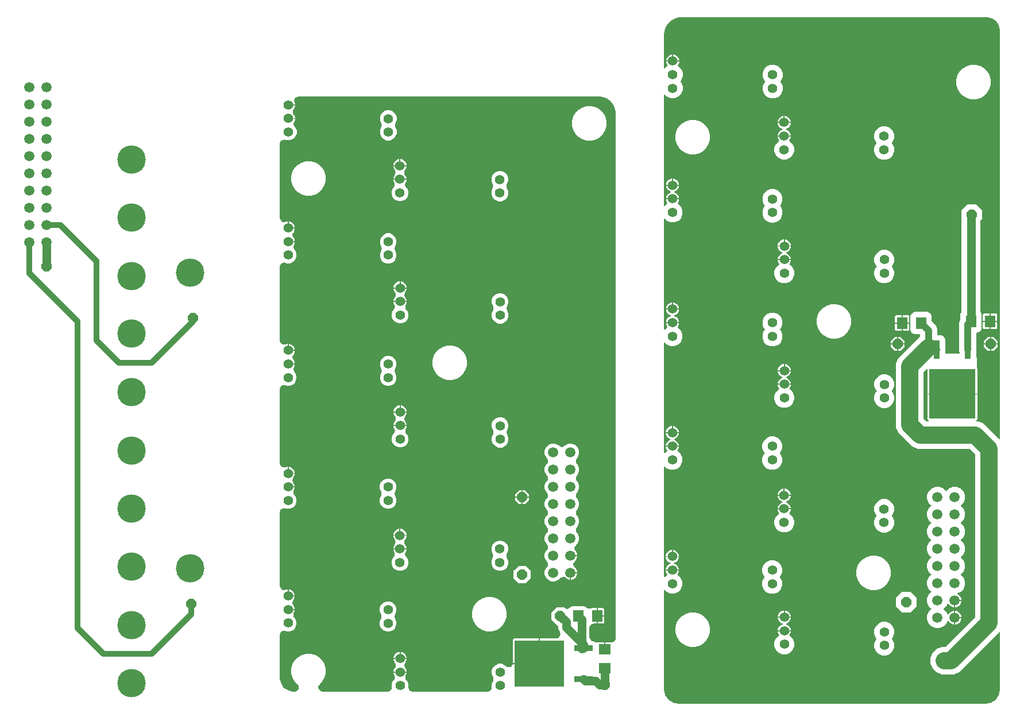
<source format=gbr>
G04 EAGLE Gerber RS-274X export*
G75*
%MOMM*%
%FSLAX34Y34*%
%LPD*%
%INBottom Copper*%
%IPPOS*%
%AMOC8*
5,1,8,0,0,1.08239X$1,22.5*%
G01*
G04 Define Apertures*
%ADD10C,1.508000*%
%ADD11P,1.64956X8X22.5*%
%ADD12C,1.422400*%
%ADD13R,2.794000X0.939800*%
%ADD14R,7.239000X6.832600*%
%ADD15R,1.600000X1.800000*%
%ADD16R,1.800000X1.600000*%
%ADD17R,0.939800X2.794000*%
%ADD18R,6.832600X7.239000*%
%ADD19C,4.191000*%
%ADD20C,0.812800*%
%ADD21C,1.270000*%
%ADD22C,1.016000*%
%ADD23C,2.540000*%
G36*
X1438146Y25207D02*
X1437997Y25192D01*
X984928Y25192D01*
X984780Y25207D01*
X976826Y26789D01*
X976551Y26903D01*
X969809Y31408D01*
X969598Y31618D01*
X965093Y38361D01*
X964979Y38636D01*
X963397Y46589D01*
X963382Y46738D01*
X963382Y191998D01*
X963429Y192262D01*
X963589Y192520D01*
X963836Y192695D01*
X964132Y192760D01*
X964430Y192705D01*
X964683Y192537D01*
X967269Y189951D01*
X972684Y187709D01*
X978544Y187709D01*
X983959Y189951D01*
X988103Y194095D01*
X990346Y199510D01*
X990346Y205371D01*
X988103Y210786D01*
X983959Y214930D01*
X983453Y215139D01*
X983223Y215288D01*
X983048Y215535D01*
X982983Y215831D01*
X983038Y216129D01*
X983206Y216382D01*
X983797Y216973D01*
X985266Y220521D01*
X985266Y221679D01*
X965962Y221679D01*
X965962Y220521D01*
X967431Y216973D01*
X968022Y216382D01*
X968178Y216157D01*
X968245Y215862D01*
X968192Y215563D01*
X968027Y215309D01*
X967775Y215139D01*
X967269Y214930D01*
X964683Y212344D01*
X964464Y212191D01*
X964169Y212121D01*
X963870Y212172D01*
X963614Y212335D01*
X963443Y212586D01*
X963382Y212883D01*
X963382Y374751D01*
X963429Y375015D01*
X963589Y375273D01*
X963836Y375448D01*
X964132Y375513D01*
X964430Y375458D01*
X964683Y375290D01*
X967269Y372704D01*
X972684Y370462D01*
X978544Y370462D01*
X983959Y372704D01*
X988103Y376848D01*
X990346Y382263D01*
X990346Y388124D01*
X988103Y393539D01*
X983959Y397683D01*
X983453Y397892D01*
X983223Y398041D01*
X983048Y398288D01*
X982983Y398584D01*
X983038Y398882D01*
X983206Y399135D01*
X983797Y399726D01*
X985266Y403274D01*
X985266Y404432D01*
X965962Y404432D01*
X965962Y403274D01*
X967431Y399726D01*
X968022Y399135D01*
X968178Y398910D01*
X968245Y398615D01*
X968192Y398316D01*
X968027Y398062D01*
X967775Y397892D01*
X967269Y397683D01*
X964683Y395097D01*
X964464Y394944D01*
X964169Y394874D01*
X963870Y394925D01*
X963614Y395088D01*
X963443Y395339D01*
X963382Y395636D01*
X963382Y557314D01*
X963429Y557577D01*
X963589Y557835D01*
X963836Y558011D01*
X964132Y558076D01*
X964430Y558020D01*
X964683Y557853D01*
X967523Y555013D01*
X972938Y552770D01*
X978798Y552770D01*
X984213Y555013D01*
X988357Y559157D01*
X990600Y564572D01*
X990600Y570432D01*
X988357Y575847D01*
X984213Y579991D01*
X983707Y580201D01*
X983477Y580349D01*
X983302Y580597D01*
X983237Y580893D01*
X983292Y581191D01*
X983460Y581444D01*
X984051Y582035D01*
X985520Y585582D01*
X985520Y586740D01*
X966216Y586740D01*
X966216Y585582D01*
X967685Y582035D01*
X968276Y581444D01*
X968432Y581219D01*
X968499Y580923D01*
X968446Y580625D01*
X968281Y580370D01*
X968029Y580201D01*
X967523Y579991D01*
X964683Y577152D01*
X964464Y576999D01*
X964169Y576929D01*
X963870Y576980D01*
X963614Y577143D01*
X963443Y577393D01*
X963382Y577690D01*
X963382Y739813D01*
X963429Y740076D01*
X963589Y740334D01*
X963836Y740510D01*
X964132Y740575D01*
X964430Y740519D01*
X964683Y740352D01*
X967523Y737512D01*
X972938Y735269D01*
X978798Y735269D01*
X984213Y737512D01*
X988357Y741656D01*
X990600Y747071D01*
X990600Y752931D01*
X988357Y758346D01*
X984213Y762490D01*
X983707Y762700D01*
X983477Y762848D01*
X983302Y763096D01*
X983237Y763392D01*
X983292Y763690D01*
X983460Y763943D01*
X984051Y764534D01*
X985520Y768081D01*
X985520Y769239D01*
X966216Y769239D01*
X966216Y768081D01*
X967685Y764534D01*
X968276Y763943D01*
X968432Y763718D01*
X968499Y763422D01*
X968446Y763124D01*
X968281Y762869D01*
X968029Y762700D01*
X967523Y762490D01*
X964683Y759651D01*
X964464Y759498D01*
X964169Y759428D01*
X963870Y759479D01*
X963614Y759642D01*
X963443Y759892D01*
X963382Y760189D01*
X963382Y923328D01*
X963429Y923591D01*
X963589Y923849D01*
X963836Y924025D01*
X964132Y924090D01*
X964430Y924034D01*
X964683Y923867D01*
X967777Y920773D01*
X973192Y918530D01*
X979052Y918530D01*
X984467Y920773D01*
X988611Y924917D01*
X990854Y930332D01*
X990854Y936192D01*
X988611Y941607D01*
X987495Y942723D01*
X987337Y942954D01*
X987272Y943250D01*
X987328Y943548D01*
X987495Y943801D01*
X988611Y944917D01*
X990854Y950332D01*
X990854Y956192D01*
X988611Y961607D01*
X984467Y965751D01*
X983961Y965961D01*
X983731Y966109D01*
X983556Y966357D01*
X983491Y966653D01*
X983546Y966951D01*
X983714Y967204D01*
X984305Y967795D01*
X985774Y971342D01*
X985774Y972500D01*
X966470Y972500D01*
X966470Y971342D01*
X967939Y967795D01*
X968530Y967204D01*
X968686Y966979D01*
X968753Y966683D01*
X968700Y966385D01*
X968535Y966130D01*
X968283Y965961D01*
X967777Y965751D01*
X964683Y962658D01*
X964464Y962505D01*
X964169Y962435D01*
X963870Y962486D01*
X963614Y962649D01*
X963443Y962899D01*
X963382Y963196D01*
X963382Y1013182D01*
X963392Y1013302D01*
X964562Y1020692D01*
X964636Y1020919D01*
X968033Y1027586D01*
X968173Y1027778D01*
X973464Y1033069D01*
X973657Y1033209D01*
X980324Y1036606D01*
X980551Y1036680D01*
X987941Y1037851D01*
X988060Y1037860D01*
X1439560Y1037860D01*
X1439709Y1037845D01*
X1446698Y1036455D01*
X1446973Y1036341D01*
X1452899Y1032382D01*
X1453109Y1032171D01*
X1457069Y1026246D01*
X1457182Y1025971D01*
X1458573Y1018981D01*
X1458587Y1018832D01*
X1458587Y416029D01*
X1458541Y415766D01*
X1458381Y415508D01*
X1458134Y415332D01*
X1457838Y415267D01*
X1457540Y415323D01*
X1457287Y415490D01*
X1433910Y438866D01*
X1426442Y441960D01*
X1424022Y441960D01*
X1423758Y442007D01*
X1423500Y442166D01*
X1423325Y442414D01*
X1423260Y442710D01*
X1423315Y443008D01*
X1423483Y443261D01*
X1425067Y444845D01*
X1425067Y481330D01*
X1351661Y481330D01*
X1351661Y444845D01*
X1353245Y443261D01*
X1353398Y443041D01*
X1353468Y442746D01*
X1353417Y442447D01*
X1353254Y442192D01*
X1353004Y442020D01*
X1352706Y441960D01*
X1349852Y441960D01*
X1349567Y442016D01*
X1349314Y442183D01*
X1346423Y445074D01*
X1346260Y445315D01*
X1346200Y445612D01*
X1346200Y514508D01*
X1346256Y514794D01*
X1346423Y515046D01*
X1350360Y518983D01*
X1350580Y519136D01*
X1350875Y519206D01*
X1351174Y519155D01*
X1351429Y518992D01*
X1351601Y518742D01*
X1351661Y518445D01*
X1351661Y482854D01*
X1425067Y482854D01*
X1425067Y519339D01*
X1424568Y519838D01*
X1424405Y520080D01*
X1424345Y520377D01*
X1424345Y534016D01*
X1424308Y534778D01*
X1424199Y535515D01*
X1424019Y536236D01*
X1423770Y536937D01*
X1423655Y537180D01*
X1423583Y537504D01*
X1423583Y543645D01*
X1423641Y543937D01*
X1423964Y544717D01*
X1423964Y571898D01*
X1424015Y572173D01*
X1424179Y572428D01*
X1424429Y572600D01*
X1424726Y572660D01*
X1425536Y572660D01*
X1428336Y573820D01*
X1430480Y575964D01*
X1431640Y578764D01*
X1431640Y599796D01*
X1430480Y602596D01*
X1430213Y602863D01*
X1430050Y603105D01*
X1429990Y603402D01*
X1429990Y737562D01*
X1430046Y737848D01*
X1430213Y738101D01*
X1432560Y740447D01*
X1432560Y753073D01*
X1423633Y762000D01*
X1411007Y762000D01*
X1402080Y753073D01*
X1402080Y748463D01*
X1402050Y748312D01*
X1402050Y603402D01*
X1401994Y603116D01*
X1401827Y602863D01*
X1401560Y602596D01*
X1400400Y599796D01*
X1400400Y591634D01*
X1400342Y591343D01*
X1398564Y587050D01*
X1398564Y544717D01*
X1398887Y543937D01*
X1398945Y543645D01*
X1398945Y542417D01*
X1398894Y542142D01*
X1398730Y541887D01*
X1398480Y541715D01*
X1398183Y541655D01*
X1378545Y541655D01*
X1378270Y541706D01*
X1378015Y541870D01*
X1377843Y542120D01*
X1377783Y542417D01*
X1377783Y543645D01*
X1377841Y543937D01*
X1378164Y544717D01*
X1378164Y549769D01*
X1377841Y550549D01*
X1377783Y550841D01*
X1377783Y562729D01*
X1376623Y565529D01*
X1374479Y567673D01*
X1371679Y568833D01*
X1367282Y568833D01*
X1367007Y568884D01*
X1366752Y569048D01*
X1366580Y569298D01*
X1366520Y569595D01*
X1366520Y577866D01*
X1364587Y582534D01*
X1358263Y588857D01*
X1358100Y589099D01*
X1358040Y589396D01*
X1358040Y597256D01*
X1356880Y600056D01*
X1354736Y602200D01*
X1351936Y603360D01*
X1332904Y603360D01*
X1330104Y602200D01*
X1327960Y600056D01*
X1326800Y597256D01*
X1326800Y576224D01*
X1327960Y573424D01*
X1330104Y571280D01*
X1332904Y570120D01*
X1340358Y570120D01*
X1340633Y570069D01*
X1340888Y569905D01*
X1341060Y569655D01*
X1341120Y569358D01*
X1341120Y567532D01*
X1341064Y567247D01*
X1340897Y566994D01*
X1308654Y534750D01*
X1305560Y527282D01*
X1305560Y432838D01*
X1308654Y425370D01*
X1329610Y404414D01*
X1337078Y401320D01*
X1413668Y401320D01*
X1413954Y401264D01*
X1414206Y401097D01*
X1422177Y393126D01*
X1422340Y392885D01*
X1422400Y392588D01*
X1422400Y153512D01*
X1422344Y153227D01*
X1422177Y152974D01*
X1378646Y109443D01*
X1378405Y109280D01*
X1378108Y109220D01*
X1372638Y109220D01*
X1365170Y106126D01*
X1359454Y100410D01*
X1356360Y92942D01*
X1356360Y84858D01*
X1359454Y77390D01*
X1365170Y71674D01*
X1372638Y68580D01*
X1390882Y68580D01*
X1398350Y71674D01*
X1457287Y130610D01*
X1457506Y130763D01*
X1457801Y130833D01*
X1458100Y130782D01*
X1458356Y130618D01*
X1458527Y130368D01*
X1458587Y130071D01*
X1458587Y45782D01*
X1458573Y45633D01*
X1457064Y38046D01*
X1456950Y37771D01*
X1452652Y31338D01*
X1452441Y31128D01*
X1446009Y26830D01*
X1445734Y26716D01*
X1438146Y25207D01*
G37*
%LPC*%
G36*
X976884Y974024D02*
X985774Y974024D01*
X985774Y975182D01*
X984305Y978729D01*
X981589Y981445D01*
X978042Y982914D01*
X976884Y982914D01*
X976884Y974024D01*
G37*
G36*
X966470Y974024D02*
X975360Y974024D01*
X975360Y982914D01*
X974202Y982914D01*
X970655Y981445D01*
X967939Y978729D01*
X966470Y975182D01*
X966470Y974024D01*
G37*
G36*
X1120512Y918370D02*
X1126372Y918370D01*
X1131787Y920613D01*
X1135931Y924757D01*
X1138174Y930172D01*
X1138174Y936032D01*
X1135931Y941447D01*
X1134815Y942563D01*
X1134657Y942794D01*
X1134592Y943090D01*
X1134648Y943388D01*
X1134815Y943641D01*
X1135931Y944757D01*
X1138174Y950172D01*
X1138174Y956032D01*
X1135931Y961447D01*
X1131787Y965591D01*
X1126372Y967834D01*
X1120512Y967834D01*
X1115097Y965591D01*
X1110953Y961447D01*
X1108710Y956032D01*
X1108710Y950172D01*
X1110953Y944757D01*
X1112069Y943641D01*
X1112227Y943410D01*
X1112292Y943114D01*
X1112236Y942816D01*
X1112069Y942563D01*
X1110953Y941447D01*
X1108710Y936032D01*
X1108710Y930172D01*
X1110953Y924757D01*
X1115097Y920613D01*
X1120512Y918370D01*
G37*
G36*
X1416516Y916940D02*
X1423204Y916940D01*
X1429664Y918671D01*
X1435456Y922015D01*
X1440185Y926744D01*
X1443529Y932536D01*
X1445260Y938996D01*
X1445260Y945684D01*
X1443529Y952144D01*
X1440185Y957936D01*
X1435456Y962665D01*
X1429664Y966009D01*
X1423204Y967740D01*
X1416516Y967740D01*
X1410056Y966009D01*
X1404264Y962665D01*
X1399535Y957936D01*
X1396191Y952144D01*
X1394460Y945684D01*
X1394460Y938996D01*
X1396191Y932536D01*
X1399535Y926744D01*
X1404264Y922015D01*
X1410056Y918671D01*
X1416516Y916940D01*
G37*
G36*
X1141222Y883410D02*
X1150112Y883410D01*
X1150112Y884567D01*
X1148643Y888115D01*
X1145927Y890830D01*
X1142380Y892300D01*
X1141222Y892300D01*
X1141222Y883410D01*
G37*
G36*
X1130808Y883410D02*
X1139698Y883410D01*
X1139698Y892300D01*
X1138540Y892300D01*
X1134993Y890830D01*
X1132277Y888115D01*
X1130808Y884567D01*
X1130808Y883410D01*
G37*
G36*
X1002496Y835660D02*
X1009184Y835660D01*
X1015644Y837391D01*
X1021436Y840735D01*
X1026165Y845464D01*
X1029509Y851256D01*
X1031240Y857716D01*
X1031240Y864404D01*
X1029509Y870864D01*
X1026165Y876656D01*
X1021436Y881385D01*
X1015644Y884729D01*
X1009184Y886460D01*
X1002496Y886460D01*
X996036Y884729D01*
X990244Y881385D01*
X985515Y876656D01*
X982171Y870864D01*
X980440Y864404D01*
X980440Y857716D01*
X982171Y851256D01*
X985515Y845464D01*
X990244Y840735D01*
X996036Y837391D01*
X1002496Y835660D01*
G37*
G36*
X1130808Y863410D02*
X1150112Y863410D01*
X1150112Y864567D01*
X1148643Y868115D01*
X1145927Y870830D01*
X1143239Y871944D01*
X1143014Y872088D01*
X1142837Y872334D01*
X1142769Y872629D01*
X1142822Y872928D01*
X1142988Y873182D01*
X1143239Y873352D01*
X1145927Y874465D01*
X1148643Y877180D01*
X1150112Y880728D01*
X1150112Y881886D01*
X1130808Y881886D01*
X1130808Y880728D01*
X1132277Y877180D01*
X1134993Y874465D01*
X1137681Y873352D01*
X1137906Y873207D01*
X1138083Y872961D01*
X1138151Y872666D01*
X1138098Y872367D01*
X1137932Y872113D01*
X1137681Y871944D01*
X1134993Y870830D01*
X1132277Y868115D01*
X1130808Y864567D01*
X1130808Y863410D01*
G37*
G36*
X1284850Y827756D02*
X1290710Y827756D01*
X1296125Y829998D01*
X1300269Y834142D01*
X1302512Y839557D01*
X1302512Y845418D01*
X1300269Y850833D01*
X1299153Y851949D01*
X1298995Y852179D01*
X1298930Y852475D01*
X1298986Y852773D01*
X1299153Y853026D01*
X1300269Y854142D01*
X1302512Y859557D01*
X1302512Y865418D01*
X1300269Y870833D01*
X1296125Y874977D01*
X1290710Y877220D01*
X1284850Y877220D01*
X1279435Y874977D01*
X1275291Y870833D01*
X1273048Y865418D01*
X1273048Y859557D01*
X1275291Y854142D01*
X1276407Y853026D01*
X1276565Y852796D01*
X1276630Y852500D01*
X1276574Y852202D01*
X1276407Y851949D01*
X1275291Y850833D01*
X1273048Y845418D01*
X1273048Y839557D01*
X1275291Y834142D01*
X1279435Y829998D01*
X1284850Y827756D01*
G37*
G36*
X1137530Y827916D02*
X1143390Y827916D01*
X1148805Y830158D01*
X1152949Y834302D01*
X1155192Y839717D01*
X1155192Y845578D01*
X1152949Y850993D01*
X1148805Y855137D01*
X1148299Y855346D01*
X1148069Y855495D01*
X1147894Y855742D01*
X1147829Y856038D01*
X1147884Y856336D01*
X1148052Y856589D01*
X1148643Y857180D01*
X1150112Y860728D01*
X1150112Y861886D01*
X1130808Y861886D01*
X1130808Y860728D01*
X1132277Y857180D01*
X1132868Y856589D01*
X1133024Y856364D01*
X1133091Y856069D01*
X1133038Y855770D01*
X1132873Y855516D01*
X1132621Y855346D01*
X1132115Y855137D01*
X1127971Y850993D01*
X1125728Y845578D01*
X1125728Y839717D01*
X1127971Y834302D01*
X1132115Y830158D01*
X1137530Y827916D01*
G37*
G36*
X976630Y790763D02*
X985520Y790763D01*
X985520Y791921D01*
X984051Y795468D01*
X981335Y798184D01*
X977788Y799653D01*
X976630Y799653D01*
X976630Y790763D01*
G37*
G36*
X966216Y790763D02*
X975106Y790763D01*
X975106Y799653D01*
X973948Y799653D01*
X970401Y798184D01*
X967685Y795468D01*
X966216Y791921D01*
X966216Y790763D01*
G37*
G36*
X966216Y770763D02*
X985520Y770763D01*
X985520Y771921D01*
X984051Y775468D01*
X981335Y778184D01*
X978647Y779297D01*
X978422Y779441D01*
X978245Y779687D01*
X978177Y779983D01*
X978230Y780281D01*
X978396Y780536D01*
X978647Y780705D01*
X981335Y781818D01*
X984051Y784534D01*
X985520Y788081D01*
X985520Y789239D01*
X966216Y789239D01*
X966216Y788081D01*
X967685Y784534D01*
X970401Y781818D01*
X973089Y780705D01*
X973314Y780561D01*
X973491Y780315D01*
X973559Y780019D01*
X973506Y779721D01*
X973340Y779467D01*
X973089Y779297D01*
X970401Y778184D01*
X967685Y775468D01*
X966216Y771921D01*
X966216Y770763D01*
G37*
G36*
X1120258Y735109D02*
X1126118Y735109D01*
X1131533Y737352D01*
X1135677Y741496D01*
X1137920Y746911D01*
X1137920Y752771D01*
X1135677Y758186D01*
X1134561Y759302D01*
X1134403Y759533D01*
X1134338Y759829D01*
X1134394Y760127D01*
X1134561Y760380D01*
X1135677Y761496D01*
X1137920Y766911D01*
X1137920Y772771D01*
X1135677Y778186D01*
X1131533Y782330D01*
X1126118Y784573D01*
X1120258Y784573D01*
X1114843Y782330D01*
X1110699Y778186D01*
X1108456Y772771D01*
X1108456Y766911D01*
X1110699Y761496D01*
X1111815Y760380D01*
X1111973Y760149D01*
X1112038Y759853D01*
X1111982Y759555D01*
X1111815Y759302D01*
X1110699Y758186D01*
X1108456Y752771D01*
X1108456Y746911D01*
X1110699Y741496D01*
X1114843Y737352D01*
X1120258Y735109D01*
G37*
G36*
X1141476Y701165D02*
X1150366Y701165D01*
X1150366Y702322D01*
X1148897Y705870D01*
X1146181Y708585D01*
X1142634Y710055D01*
X1141476Y710055D01*
X1141476Y701165D01*
G37*
G36*
X1131062Y701165D02*
X1139952Y701165D01*
X1139952Y710055D01*
X1138794Y710055D01*
X1135247Y708585D01*
X1132531Y705870D01*
X1131062Y702322D01*
X1131062Y701165D01*
G37*
G36*
X1131062Y681165D02*
X1150366Y681165D01*
X1150366Y682322D01*
X1148897Y685870D01*
X1146181Y688585D01*
X1143493Y689699D01*
X1143268Y689843D01*
X1143091Y690089D01*
X1143023Y690384D01*
X1143076Y690683D01*
X1143242Y690937D01*
X1143493Y691107D01*
X1146181Y692220D01*
X1148897Y694935D01*
X1150366Y698483D01*
X1150366Y699641D01*
X1131062Y699641D01*
X1131062Y698483D01*
X1132531Y694935D01*
X1135247Y692220D01*
X1137935Y691107D01*
X1138160Y690962D01*
X1138337Y690716D01*
X1138405Y690421D01*
X1138352Y690122D01*
X1138186Y689868D01*
X1137935Y689699D01*
X1135247Y688585D01*
X1132531Y685870D01*
X1131062Y682322D01*
X1131062Y681165D01*
G37*
G36*
X1285104Y645511D02*
X1290964Y645511D01*
X1296379Y647753D01*
X1300523Y651897D01*
X1302766Y657312D01*
X1302766Y663173D01*
X1300523Y668588D01*
X1299407Y669704D01*
X1299249Y669934D01*
X1299184Y670230D01*
X1299240Y670528D01*
X1299407Y670781D01*
X1300523Y671897D01*
X1302766Y677312D01*
X1302766Y683173D01*
X1300523Y688588D01*
X1296379Y692732D01*
X1290964Y694975D01*
X1285104Y694975D01*
X1279689Y692732D01*
X1275545Y688588D01*
X1273302Y683173D01*
X1273302Y677312D01*
X1275545Y671897D01*
X1276661Y670781D01*
X1276819Y670551D01*
X1276884Y670255D01*
X1276828Y669957D01*
X1276661Y669704D01*
X1275545Y668588D01*
X1273302Y663173D01*
X1273302Y657312D01*
X1275545Y651897D01*
X1279689Y647753D01*
X1285104Y645511D01*
G37*
G36*
X1137784Y645671D02*
X1143644Y645671D01*
X1149059Y647913D01*
X1153203Y652057D01*
X1155446Y657472D01*
X1155446Y663333D01*
X1153203Y668748D01*
X1149059Y672892D01*
X1148553Y673101D01*
X1148323Y673250D01*
X1148148Y673497D01*
X1148083Y673793D01*
X1148138Y674091D01*
X1148306Y674344D01*
X1148897Y674935D01*
X1150366Y678483D01*
X1150366Y679641D01*
X1131062Y679641D01*
X1131062Y678483D01*
X1132531Y674935D01*
X1133122Y674344D01*
X1133278Y674119D01*
X1133345Y673824D01*
X1133292Y673525D01*
X1133127Y673271D01*
X1132875Y673101D01*
X1132369Y672892D01*
X1128225Y668748D01*
X1125982Y663333D01*
X1125982Y657472D01*
X1128225Y652057D01*
X1132369Y647913D01*
X1137784Y645671D01*
G37*
G36*
X976630Y608264D02*
X985520Y608264D01*
X985520Y609422D01*
X984051Y612969D01*
X981335Y615685D01*
X977788Y617154D01*
X976630Y617154D01*
X976630Y608264D01*
G37*
G36*
X966216Y608264D02*
X975106Y608264D01*
X975106Y617154D01*
X973948Y617154D01*
X970401Y615685D01*
X967685Y612969D01*
X966216Y609422D01*
X966216Y608264D01*
G37*
G36*
X1210776Y563880D02*
X1217464Y563880D01*
X1223924Y565611D01*
X1229716Y568955D01*
X1234445Y573684D01*
X1237789Y579476D01*
X1239520Y585936D01*
X1239520Y592624D01*
X1237789Y599084D01*
X1234445Y604876D01*
X1229716Y609605D01*
X1223924Y612949D01*
X1217464Y614680D01*
X1210776Y614680D01*
X1204316Y612949D01*
X1198524Y609605D01*
X1193795Y604876D01*
X1190451Y599084D01*
X1188720Y592624D01*
X1188720Y585936D01*
X1190451Y579476D01*
X1193795Y573684D01*
X1198524Y568955D01*
X1204316Y565611D01*
X1210776Y563880D01*
G37*
G36*
X966216Y588264D02*
X985520Y588264D01*
X985520Y589422D01*
X984051Y592969D01*
X981335Y595685D01*
X978647Y596798D01*
X978422Y596942D01*
X978245Y597188D01*
X978177Y597484D01*
X978230Y597782D01*
X978396Y598037D01*
X978647Y598206D01*
X981335Y599319D01*
X984051Y602035D01*
X985520Y605582D01*
X985520Y606740D01*
X966216Y606740D01*
X966216Y605582D01*
X967685Y602035D01*
X970401Y599319D01*
X973089Y598206D01*
X973314Y598062D01*
X973491Y597816D01*
X973559Y597520D01*
X973506Y597222D01*
X973340Y596968D01*
X973089Y596798D01*
X970401Y595685D01*
X967685Y592969D01*
X966216Y589422D01*
X966216Y588264D01*
G37*
G36*
X1120258Y552610D02*
X1126118Y552610D01*
X1131533Y554853D01*
X1135677Y558997D01*
X1137920Y564412D01*
X1137920Y570272D01*
X1135677Y575687D01*
X1134561Y576803D01*
X1134403Y577034D01*
X1134338Y577330D01*
X1134394Y577628D01*
X1134561Y577881D01*
X1135677Y578997D01*
X1137920Y584412D01*
X1137920Y590272D01*
X1135677Y595687D01*
X1131533Y599831D01*
X1126118Y602074D01*
X1120258Y602074D01*
X1114843Y599831D01*
X1110699Y595687D01*
X1108456Y590272D01*
X1108456Y584412D01*
X1110699Y578997D01*
X1111815Y577881D01*
X1111973Y577650D01*
X1112038Y577354D01*
X1111982Y577056D01*
X1111815Y576803D01*
X1110699Y575687D01*
X1108456Y570272D01*
X1108456Y564412D01*
X1110699Y558997D01*
X1114843Y554853D01*
X1120258Y552610D01*
G37*
G36*
X1433480Y590042D02*
X1443258Y590042D01*
X1443258Y600820D01*
X1434968Y600820D01*
X1433480Y599332D01*
X1433480Y590042D01*
G37*
G36*
X1444782Y590042D02*
X1454560Y590042D01*
X1454560Y599332D01*
X1453072Y600820D01*
X1444782Y600820D01*
X1444782Y590042D01*
G37*
G36*
X1315182Y587502D02*
X1324960Y587502D01*
X1324960Y596792D01*
X1323472Y598280D01*
X1315182Y598280D01*
X1315182Y587502D01*
G37*
G36*
X1303880Y587502D02*
X1313658Y587502D01*
X1313658Y598280D01*
X1305368Y598280D01*
X1303880Y596792D01*
X1303880Y587502D01*
G37*
G36*
X1434968Y577740D02*
X1443258Y577740D01*
X1443258Y588518D01*
X1433480Y588518D01*
X1433480Y579228D01*
X1434968Y577740D01*
G37*
G36*
X1444782Y577740D02*
X1453072Y577740D01*
X1454560Y579228D01*
X1454560Y588518D01*
X1444782Y588518D01*
X1444782Y577740D01*
G37*
G36*
X1315182Y575200D02*
X1323472Y575200D01*
X1324960Y576688D01*
X1324960Y585978D01*
X1315182Y585978D01*
X1315182Y575200D01*
G37*
G36*
X1305368Y575200D02*
X1313658Y575200D01*
X1313658Y585978D01*
X1303880Y585978D01*
X1303880Y576688D01*
X1305368Y575200D01*
G37*
G36*
X1435100Y557022D02*
X1444498Y557022D01*
X1444498Y566420D01*
X1441052Y566420D01*
X1435100Y560468D01*
X1435100Y557022D01*
G37*
G36*
X1297940Y557022D02*
X1307338Y557022D01*
X1307338Y566420D01*
X1303892Y566420D01*
X1297940Y560468D01*
X1297940Y557022D01*
G37*
G36*
X1308862Y557022D02*
X1318260Y557022D01*
X1318260Y560468D01*
X1312308Y566420D01*
X1308862Y566420D01*
X1308862Y557022D01*
G37*
G36*
X1446022Y557022D02*
X1455420Y557022D01*
X1455420Y560468D01*
X1449468Y566420D01*
X1446022Y566420D01*
X1446022Y557022D01*
G37*
G36*
X1446022Y546100D02*
X1449468Y546100D01*
X1455420Y552052D01*
X1455420Y555498D01*
X1446022Y555498D01*
X1446022Y546100D01*
G37*
G36*
X1441052Y546100D02*
X1444498Y546100D01*
X1444498Y555498D01*
X1435100Y555498D01*
X1435100Y552052D01*
X1441052Y546100D01*
G37*
G36*
X1308862Y546100D02*
X1312308Y546100D01*
X1318260Y552052D01*
X1318260Y555498D01*
X1308862Y555498D01*
X1308862Y546100D01*
G37*
G36*
X1303892Y546100D02*
X1307338Y546100D01*
X1307338Y555498D01*
X1297940Y555498D01*
X1297940Y552052D01*
X1303892Y546100D01*
G37*
G36*
X1141476Y517332D02*
X1150366Y517332D01*
X1150366Y518490D01*
X1148897Y522037D01*
X1146181Y524753D01*
X1142634Y526222D01*
X1141476Y526222D01*
X1141476Y517332D01*
G37*
G36*
X1131062Y517332D02*
X1139952Y517332D01*
X1139952Y526222D01*
X1138794Y526222D01*
X1135247Y524753D01*
X1132531Y522037D01*
X1131062Y518490D01*
X1131062Y517332D01*
G37*
G36*
X1131062Y497332D02*
X1150366Y497332D01*
X1150366Y498490D01*
X1148897Y502037D01*
X1146181Y504753D01*
X1143493Y505866D01*
X1143268Y506010D01*
X1143091Y506256D01*
X1143023Y506552D01*
X1143076Y506850D01*
X1143242Y507105D01*
X1143493Y507274D01*
X1146181Y508387D01*
X1148897Y511103D01*
X1150366Y514650D01*
X1150366Y515808D01*
X1131062Y515808D01*
X1131062Y514650D01*
X1132531Y511103D01*
X1135247Y508387D01*
X1137935Y507274D01*
X1138160Y507130D01*
X1138337Y506884D01*
X1138405Y506588D01*
X1138352Y506290D01*
X1138186Y506036D01*
X1137935Y505866D01*
X1135247Y504753D01*
X1132531Y502037D01*
X1131062Y498490D01*
X1131062Y497332D01*
G37*
G36*
X1285104Y461678D02*
X1290964Y461678D01*
X1296379Y463921D01*
X1300523Y468065D01*
X1302766Y473480D01*
X1302766Y479340D01*
X1300523Y484755D01*
X1299407Y485871D01*
X1299249Y486102D01*
X1299184Y486398D01*
X1299240Y486696D01*
X1299407Y486949D01*
X1300523Y488065D01*
X1302766Y493480D01*
X1302766Y499340D01*
X1300523Y504755D01*
X1296379Y508899D01*
X1290964Y511142D01*
X1285104Y511142D01*
X1279689Y508899D01*
X1275545Y504755D01*
X1273302Y499340D01*
X1273302Y493480D01*
X1275545Y488065D01*
X1276661Y486949D01*
X1276819Y486718D01*
X1276884Y486422D01*
X1276828Y486124D01*
X1276661Y485871D01*
X1275545Y484755D01*
X1273302Y479340D01*
X1273302Y473480D01*
X1275545Y468065D01*
X1279689Y463921D01*
X1285104Y461678D01*
G37*
G36*
X1137784Y461838D02*
X1143644Y461838D01*
X1149059Y464081D01*
X1153203Y468225D01*
X1155446Y473640D01*
X1155446Y479500D01*
X1153203Y484915D01*
X1149059Y489059D01*
X1148553Y489269D01*
X1148323Y489417D01*
X1148148Y489665D01*
X1148083Y489961D01*
X1148138Y490259D01*
X1148306Y490512D01*
X1148897Y491103D01*
X1150366Y494650D01*
X1150366Y495808D01*
X1131062Y495808D01*
X1131062Y494650D01*
X1132531Y491103D01*
X1133122Y490512D01*
X1133278Y490287D01*
X1133345Y489991D01*
X1133292Y489693D01*
X1133127Y489438D01*
X1132875Y489269D01*
X1132369Y489059D01*
X1128225Y484915D01*
X1125982Y479500D01*
X1125982Y473640D01*
X1128225Y468225D01*
X1132369Y464081D01*
X1137784Y461838D01*
G37*
G36*
X965962Y425956D02*
X974852Y425956D01*
X974852Y434846D01*
X973694Y434846D01*
X970147Y433376D01*
X967431Y430661D01*
X965962Y427113D01*
X965962Y425956D01*
G37*
G36*
X976376Y425956D02*
X985266Y425956D01*
X985266Y427113D01*
X983797Y430661D01*
X981081Y433376D01*
X977534Y434846D01*
X976376Y434846D01*
X976376Y425956D01*
G37*
G36*
X965962Y405956D02*
X985266Y405956D01*
X985266Y407113D01*
X983797Y410661D01*
X981081Y413376D01*
X978393Y414490D01*
X978168Y414634D01*
X977991Y414880D01*
X977923Y415175D01*
X977976Y415474D01*
X978142Y415728D01*
X978393Y415898D01*
X981081Y417011D01*
X983797Y419726D01*
X985266Y423274D01*
X985266Y424432D01*
X965962Y424432D01*
X965962Y423274D01*
X967431Y419726D01*
X970147Y417011D01*
X972835Y415898D01*
X973060Y415753D01*
X973237Y415507D01*
X973305Y415212D01*
X973252Y414913D01*
X973086Y414659D01*
X972835Y414490D01*
X970147Y413376D01*
X967431Y410661D01*
X965962Y407113D01*
X965962Y405956D01*
G37*
G36*
X1120004Y370302D02*
X1125864Y370302D01*
X1131279Y372544D01*
X1135423Y376688D01*
X1137666Y382103D01*
X1137666Y387964D01*
X1135423Y393379D01*
X1134307Y394495D01*
X1134149Y394725D01*
X1134084Y395021D01*
X1134140Y395319D01*
X1134307Y395572D01*
X1135423Y396688D01*
X1137666Y402103D01*
X1137666Y407964D01*
X1135423Y413379D01*
X1131279Y417523D01*
X1125864Y419766D01*
X1120004Y419766D01*
X1114589Y417523D01*
X1110445Y413379D01*
X1108202Y407964D01*
X1108202Y402103D01*
X1110445Y396688D01*
X1111561Y395572D01*
X1111719Y395342D01*
X1111784Y395046D01*
X1111728Y394748D01*
X1111561Y394495D01*
X1110445Y393379D01*
X1108202Y387964D01*
X1108202Y382103D01*
X1110445Y376688D01*
X1114589Y372544D01*
X1120004Y370302D01*
G37*
G36*
X1363504Y137240D02*
X1369536Y137240D01*
X1375107Y139548D01*
X1379372Y143813D01*
X1381265Y148383D01*
X1381409Y148609D01*
X1381655Y148786D01*
X1381951Y148853D01*
X1382250Y148800D01*
X1382504Y148635D01*
X1382673Y148383D01*
X1383375Y146690D01*
X1386210Y143855D01*
X1389915Y142320D01*
X1391158Y142320D01*
X1391158Y162480D01*
X1389915Y162480D01*
X1386210Y160945D01*
X1383375Y158110D01*
X1382673Y156417D01*
X1382529Y156191D01*
X1382283Y156014D01*
X1381988Y155947D01*
X1381689Y156000D01*
X1381435Y156165D01*
X1381265Y156417D01*
X1379372Y160987D01*
X1375798Y164561D01*
X1375640Y164792D01*
X1375575Y165088D01*
X1375631Y165386D01*
X1375798Y165639D01*
X1379372Y169213D01*
X1381265Y173783D01*
X1381409Y174009D01*
X1381655Y174186D01*
X1381951Y174253D01*
X1382250Y174200D01*
X1382504Y174035D01*
X1382673Y173783D01*
X1383375Y172090D01*
X1386210Y169255D01*
X1389915Y167720D01*
X1391158Y167720D01*
X1391158Y178562D01*
X1402000Y178562D01*
X1402000Y179805D01*
X1400465Y183510D01*
X1397630Y186345D01*
X1395937Y187047D01*
X1395711Y187191D01*
X1395534Y187437D01*
X1395467Y187733D01*
X1395520Y188031D01*
X1395685Y188285D01*
X1395937Y188455D01*
X1400507Y190348D01*
X1404772Y194613D01*
X1407080Y200184D01*
X1407080Y206216D01*
X1404772Y211787D01*
X1401198Y215361D01*
X1401040Y215592D01*
X1400975Y215888D01*
X1401031Y216186D01*
X1401198Y216439D01*
X1404772Y220013D01*
X1407080Y225584D01*
X1407080Y231616D01*
X1404772Y237187D01*
X1401198Y240761D01*
X1401040Y240992D01*
X1400975Y241288D01*
X1401031Y241586D01*
X1401198Y241839D01*
X1404772Y245413D01*
X1407080Y250984D01*
X1407080Y257016D01*
X1404772Y262587D01*
X1401198Y266161D01*
X1401040Y266392D01*
X1400975Y266688D01*
X1401031Y266986D01*
X1401198Y267239D01*
X1404772Y270813D01*
X1407080Y276384D01*
X1407080Y282416D01*
X1404772Y287987D01*
X1401198Y291561D01*
X1401040Y291792D01*
X1400975Y292088D01*
X1401031Y292386D01*
X1401198Y292639D01*
X1404772Y296213D01*
X1407080Y301784D01*
X1407080Y307816D01*
X1404772Y313387D01*
X1401198Y316961D01*
X1401040Y317192D01*
X1400975Y317488D01*
X1401031Y317786D01*
X1401198Y318039D01*
X1404772Y321613D01*
X1407080Y327184D01*
X1407080Y333216D01*
X1404772Y338787D01*
X1400507Y343052D01*
X1394936Y345360D01*
X1388904Y345360D01*
X1383333Y343052D01*
X1379759Y339478D01*
X1379528Y339320D01*
X1379232Y339255D01*
X1378934Y339311D01*
X1378681Y339478D01*
X1375107Y343052D01*
X1369536Y345360D01*
X1363504Y345360D01*
X1357933Y343052D01*
X1353668Y338787D01*
X1351360Y333216D01*
X1351360Y327184D01*
X1353668Y321613D01*
X1357242Y318039D01*
X1357400Y317808D01*
X1357465Y317512D01*
X1357409Y317214D01*
X1357242Y316961D01*
X1353668Y313387D01*
X1351360Y307816D01*
X1351360Y301784D01*
X1353668Y296213D01*
X1357242Y292639D01*
X1357400Y292408D01*
X1357465Y292112D01*
X1357409Y291814D01*
X1357242Y291561D01*
X1353668Y287987D01*
X1351360Y282416D01*
X1351360Y276384D01*
X1353668Y270813D01*
X1357242Y267239D01*
X1357400Y267008D01*
X1357465Y266712D01*
X1357409Y266414D01*
X1357242Y266161D01*
X1353668Y262587D01*
X1351360Y257016D01*
X1351360Y250984D01*
X1353668Y245413D01*
X1357242Y241839D01*
X1357400Y241608D01*
X1357465Y241312D01*
X1357409Y241014D01*
X1357242Y240761D01*
X1353668Y237187D01*
X1351360Y231616D01*
X1351360Y225584D01*
X1353668Y220013D01*
X1357242Y216439D01*
X1357400Y216208D01*
X1357465Y215912D01*
X1357409Y215614D01*
X1357242Y215361D01*
X1353668Y211787D01*
X1351360Y206216D01*
X1351360Y200184D01*
X1353668Y194613D01*
X1357242Y191039D01*
X1357400Y190808D01*
X1357465Y190512D01*
X1357409Y190214D01*
X1357242Y189961D01*
X1353668Y186387D01*
X1351360Y180816D01*
X1351360Y174784D01*
X1353668Y169213D01*
X1357242Y165639D01*
X1357400Y165408D01*
X1357465Y165112D01*
X1357409Y164814D01*
X1357242Y164561D01*
X1353668Y160987D01*
X1351360Y155416D01*
X1351360Y149384D01*
X1353668Y143813D01*
X1357933Y139548D01*
X1363504Y137240D01*
G37*
G36*
X1130808Y333563D02*
X1139698Y333563D01*
X1139698Y342453D01*
X1138540Y342453D01*
X1134993Y340984D01*
X1132277Y338268D01*
X1130808Y334721D01*
X1130808Y333563D01*
G37*
G36*
X1141222Y333563D02*
X1150112Y333563D01*
X1150112Y334721D01*
X1148643Y338268D01*
X1145927Y340984D01*
X1142380Y342453D01*
X1141222Y342453D01*
X1141222Y333563D01*
G37*
G36*
X1130808Y313563D02*
X1150112Y313563D01*
X1150112Y314721D01*
X1148643Y318268D01*
X1145927Y320984D01*
X1143239Y322097D01*
X1143014Y322241D01*
X1142837Y322487D01*
X1142769Y322783D01*
X1142822Y323081D01*
X1142988Y323336D01*
X1143239Y323505D01*
X1145927Y324618D01*
X1148643Y327334D01*
X1150112Y330881D01*
X1150112Y332039D01*
X1130808Y332039D01*
X1130808Y330881D01*
X1132277Y327334D01*
X1134993Y324618D01*
X1137681Y323505D01*
X1137906Y323361D01*
X1138083Y323115D01*
X1138151Y322819D01*
X1138098Y322521D01*
X1137932Y322267D01*
X1137681Y322097D01*
X1134993Y320984D01*
X1132277Y318268D01*
X1130808Y314721D01*
X1130808Y313563D01*
G37*
G36*
X1284850Y277909D02*
X1290710Y277909D01*
X1296125Y280152D01*
X1300269Y284296D01*
X1302512Y289711D01*
X1302512Y295571D01*
X1300269Y300986D01*
X1299153Y302102D01*
X1298995Y302333D01*
X1298930Y302629D01*
X1298986Y302927D01*
X1299153Y303180D01*
X1300269Y304296D01*
X1302512Y309711D01*
X1302512Y315571D01*
X1300269Y320986D01*
X1296125Y325130D01*
X1290710Y327373D01*
X1284850Y327373D01*
X1279435Y325130D01*
X1275291Y320986D01*
X1273048Y315571D01*
X1273048Y309711D01*
X1275291Y304296D01*
X1276407Y303180D01*
X1276565Y302949D01*
X1276630Y302653D01*
X1276574Y302355D01*
X1276407Y302102D01*
X1275291Y300986D01*
X1273048Y295571D01*
X1273048Y289711D01*
X1275291Y284296D01*
X1279435Y280152D01*
X1284850Y277909D01*
G37*
G36*
X1137530Y278069D02*
X1143390Y278069D01*
X1148805Y280312D01*
X1152949Y284456D01*
X1155192Y289871D01*
X1155192Y295731D01*
X1152949Y301146D01*
X1148805Y305290D01*
X1148299Y305500D01*
X1148069Y305648D01*
X1147894Y305896D01*
X1147829Y306192D01*
X1147884Y306490D01*
X1148052Y306743D01*
X1148643Y307334D01*
X1150112Y310881D01*
X1150112Y312039D01*
X1130808Y312039D01*
X1130808Y310881D01*
X1132277Y307334D01*
X1132868Y306743D01*
X1133024Y306518D01*
X1133091Y306222D01*
X1133038Y305924D01*
X1132873Y305669D01*
X1132621Y305500D01*
X1132115Y305290D01*
X1127971Y301146D01*
X1125728Y295731D01*
X1125728Y289871D01*
X1127971Y284456D01*
X1132115Y280312D01*
X1137530Y278069D01*
G37*
G36*
X976376Y243203D02*
X985266Y243203D01*
X985266Y244360D01*
X983797Y247908D01*
X981081Y250623D01*
X977534Y252093D01*
X976376Y252093D01*
X976376Y243203D01*
G37*
G36*
X965962Y243203D02*
X974852Y243203D01*
X974852Y252093D01*
X973694Y252093D01*
X970147Y250623D01*
X967431Y247908D01*
X965962Y244360D01*
X965962Y243203D01*
G37*
G36*
X1269196Y193040D02*
X1275884Y193040D01*
X1282344Y194771D01*
X1288136Y198115D01*
X1292865Y202844D01*
X1296209Y208636D01*
X1297940Y215096D01*
X1297940Y221784D01*
X1296209Y228244D01*
X1292865Y234036D01*
X1288136Y238765D01*
X1282344Y242109D01*
X1275884Y243840D01*
X1269196Y243840D01*
X1262736Y242109D01*
X1256944Y238765D01*
X1252215Y234036D01*
X1248871Y228244D01*
X1247140Y221784D01*
X1247140Y215096D01*
X1248871Y208636D01*
X1252215Y202844D01*
X1256944Y198115D01*
X1262736Y194771D01*
X1269196Y193040D01*
G37*
G36*
X965962Y223203D02*
X985266Y223203D01*
X985266Y224360D01*
X983797Y227908D01*
X981081Y230623D01*
X978393Y231737D01*
X978168Y231881D01*
X977991Y232127D01*
X977923Y232422D01*
X977976Y232721D01*
X978142Y232975D01*
X978393Y233145D01*
X981081Y234258D01*
X983797Y236973D01*
X985266Y240521D01*
X985266Y241679D01*
X965962Y241679D01*
X965962Y240521D01*
X967431Y236973D01*
X970147Y234258D01*
X972835Y233145D01*
X973060Y233000D01*
X973237Y232754D01*
X973305Y232459D01*
X973252Y232160D01*
X973086Y231906D01*
X972835Y231737D01*
X970147Y230623D01*
X967431Y227908D01*
X965962Y224360D01*
X965962Y223203D01*
G37*
G36*
X1120004Y187549D02*
X1125864Y187549D01*
X1131279Y189791D01*
X1135423Y193935D01*
X1137666Y199350D01*
X1137666Y205211D01*
X1135423Y210626D01*
X1134307Y211742D01*
X1134149Y211972D01*
X1134084Y212268D01*
X1134140Y212566D01*
X1134307Y212819D01*
X1135423Y213935D01*
X1137666Y219350D01*
X1137666Y225211D01*
X1135423Y230626D01*
X1131279Y234770D01*
X1125864Y237013D01*
X1120004Y237013D01*
X1114589Y234770D01*
X1110445Y230626D01*
X1108202Y225211D01*
X1108202Y219350D01*
X1110445Y213935D01*
X1111561Y212819D01*
X1111719Y212589D01*
X1111784Y212293D01*
X1111728Y211995D01*
X1111561Y211742D01*
X1110445Y210626D01*
X1108202Y205211D01*
X1108202Y199350D01*
X1110445Y193935D01*
X1114589Y189791D01*
X1120004Y187549D01*
G37*
G36*
X1314487Y160020D02*
X1327113Y160020D01*
X1336040Y168947D01*
X1336040Y181573D01*
X1327113Y190500D01*
X1314487Y190500D01*
X1305560Y181573D01*
X1305560Y168947D01*
X1314487Y160020D01*
G37*
G36*
X1392682Y167720D02*
X1393925Y167720D01*
X1397630Y169255D01*
X1400465Y172090D01*
X1402000Y175795D01*
X1402000Y177038D01*
X1392682Y177038D01*
X1392682Y167720D01*
G37*
G36*
X1131062Y153858D02*
X1139952Y153858D01*
X1139952Y162748D01*
X1138794Y162748D01*
X1135247Y161279D01*
X1132531Y158563D01*
X1131062Y155016D01*
X1131062Y153858D01*
G37*
G36*
X1141476Y153858D02*
X1150366Y153858D01*
X1150366Y155016D01*
X1148897Y158563D01*
X1146181Y161279D01*
X1142634Y162748D01*
X1141476Y162748D01*
X1141476Y153858D01*
G37*
G36*
X1392682Y153162D02*
X1402000Y153162D01*
X1402000Y154405D01*
X1400465Y158110D01*
X1397630Y160945D01*
X1393925Y162480D01*
X1392682Y162480D01*
X1392682Y153162D01*
G37*
G36*
X1002496Y109220D02*
X1009184Y109220D01*
X1015644Y110951D01*
X1021436Y114295D01*
X1026165Y119024D01*
X1029509Y124816D01*
X1031240Y131276D01*
X1031240Y137964D01*
X1029509Y144424D01*
X1026165Y150216D01*
X1021436Y154945D01*
X1015644Y158289D01*
X1009184Y160020D01*
X1002496Y160020D01*
X996036Y158289D01*
X990244Y154945D01*
X985515Y150216D01*
X982171Y144424D01*
X980440Y137964D01*
X980440Y131276D01*
X982171Y124816D01*
X985515Y119024D01*
X990244Y114295D01*
X996036Y110951D01*
X1002496Y109220D01*
G37*
G36*
X1131062Y133858D02*
X1150366Y133858D01*
X1150366Y135016D01*
X1148897Y138563D01*
X1146181Y141279D01*
X1143493Y142392D01*
X1143268Y142536D01*
X1143091Y142782D01*
X1143023Y143078D01*
X1143076Y143376D01*
X1143242Y143631D01*
X1143493Y143800D01*
X1146181Y144913D01*
X1148897Y147629D01*
X1150366Y151176D01*
X1150366Y152334D01*
X1131062Y152334D01*
X1131062Y151176D01*
X1132531Y147629D01*
X1135247Y144913D01*
X1137935Y143800D01*
X1138160Y143656D01*
X1138337Y143410D01*
X1138405Y143114D01*
X1138352Y142816D01*
X1138186Y142562D01*
X1137935Y142392D01*
X1135247Y141279D01*
X1132531Y138563D01*
X1131062Y135016D01*
X1131062Y133858D01*
G37*
G36*
X1392682Y142320D02*
X1393925Y142320D01*
X1397630Y143855D01*
X1400465Y146690D01*
X1402000Y150395D01*
X1402000Y151638D01*
X1392682Y151638D01*
X1392682Y142320D01*
G37*
G36*
X1285104Y96570D02*
X1290964Y96570D01*
X1296379Y98813D01*
X1300523Y102957D01*
X1302766Y108372D01*
X1302766Y114233D01*
X1300523Y119647D01*
X1299407Y120764D01*
X1299249Y120994D01*
X1299184Y121290D01*
X1299240Y121588D01*
X1299407Y121841D01*
X1300523Y122957D01*
X1302766Y128372D01*
X1302766Y134233D01*
X1300523Y139647D01*
X1296379Y143792D01*
X1290964Y146034D01*
X1285104Y146034D01*
X1279689Y143792D01*
X1275545Y139647D01*
X1273302Y134233D01*
X1273302Y128372D01*
X1275545Y122957D01*
X1276661Y121841D01*
X1276819Y121611D01*
X1276884Y121315D01*
X1276828Y121016D01*
X1276661Y120764D01*
X1275545Y119647D01*
X1273302Y114233D01*
X1273302Y108372D01*
X1275545Y102957D01*
X1279689Y98813D01*
X1285104Y96570D01*
G37*
G36*
X1137784Y98364D02*
X1143644Y98364D01*
X1149059Y100607D01*
X1153203Y104751D01*
X1155446Y110166D01*
X1155446Y116026D01*
X1153203Y121441D01*
X1149059Y125585D01*
X1148553Y125795D01*
X1148323Y125943D01*
X1148148Y126191D01*
X1148083Y126487D01*
X1148138Y126785D01*
X1148306Y127038D01*
X1148897Y127629D01*
X1150366Y131176D01*
X1150366Y132334D01*
X1131062Y132334D01*
X1131062Y131176D01*
X1132531Y127629D01*
X1133122Y127038D01*
X1133278Y126813D01*
X1133345Y126517D01*
X1133292Y126219D01*
X1133127Y125964D01*
X1132875Y125795D01*
X1132369Y125585D01*
X1128225Y121441D01*
X1125982Y116026D01*
X1125982Y110166D01*
X1128225Y104751D01*
X1132369Y100607D01*
X1137784Y98364D01*
G37*
%LPD*%
G36*
X421075Y43733D02*
X418598Y43230D01*
X417552Y43230D01*
X416314Y43352D01*
X410864Y44436D01*
X408575Y45385D01*
X403955Y48471D01*
X402203Y50223D01*
X399117Y54843D01*
X398168Y57132D01*
X397085Y62582D01*
X396962Y63820D01*
X396962Y126705D01*
X397371Y128946D01*
X398716Y131086D01*
X400789Y132532D01*
X403262Y133054D01*
X405743Y132571D01*
X406769Y132146D01*
X411619Y132146D01*
X416100Y134002D01*
X419530Y137432D01*
X421386Y141913D01*
X421386Y146763D01*
X419530Y151244D01*
X418774Y152000D01*
X417437Y153967D01*
X416914Y156440D01*
X417397Y158921D01*
X418846Y162418D01*
X418846Y163576D01*
X408432Y163576D01*
X408432Y165100D01*
X418846Y165100D01*
X418846Y166258D01*
X417377Y169805D01*
X417334Y169848D01*
X416017Y171768D01*
X415475Y174237D01*
X415938Y176721D01*
X417334Y178828D01*
X417377Y178871D01*
X418846Y182418D01*
X418846Y183576D01*
X408432Y183576D01*
X408432Y193990D01*
X407274Y193990D01*
X405743Y193356D01*
X403515Y192875D01*
X401023Y193299D01*
X398895Y194661D01*
X397465Y196746D01*
X396962Y199222D01*
X396962Y307553D01*
X397371Y309794D01*
X398716Y311934D01*
X400789Y313380D01*
X403262Y313902D01*
X405743Y313419D01*
X406769Y312994D01*
X411619Y312994D01*
X416100Y314850D01*
X419530Y318280D01*
X421386Y322761D01*
X421386Y327611D01*
X419530Y332092D01*
X418774Y332848D01*
X417437Y334815D01*
X416914Y337288D01*
X417397Y339769D01*
X418846Y343266D01*
X418846Y344424D01*
X408432Y344424D01*
X408432Y345948D01*
X418846Y345948D01*
X418846Y347106D01*
X417377Y350653D01*
X417334Y350696D01*
X416017Y352616D01*
X415475Y355085D01*
X415938Y357569D01*
X417334Y359676D01*
X417377Y359719D01*
X418846Y363266D01*
X418846Y364424D01*
X408432Y364424D01*
X408432Y374838D01*
X407274Y374838D01*
X405743Y374204D01*
X403515Y373723D01*
X401023Y374147D01*
X398895Y375509D01*
X397465Y377594D01*
X396962Y380070D01*
X396962Y489014D01*
X397371Y491256D01*
X398716Y493395D01*
X400789Y494841D01*
X403262Y495364D01*
X405743Y494880D01*
X407023Y494350D01*
X411873Y494350D01*
X416354Y496206D01*
X419784Y499636D01*
X421640Y504117D01*
X421640Y508967D01*
X419784Y513448D01*
X419028Y514204D01*
X417691Y516171D01*
X417168Y518644D01*
X417651Y521125D01*
X419100Y524622D01*
X419100Y525780D01*
X408686Y525780D01*
X408686Y527304D01*
X419100Y527304D01*
X419100Y528462D01*
X417631Y532009D01*
X417588Y532052D01*
X416271Y533972D01*
X415729Y536441D01*
X416192Y538925D01*
X417588Y541032D01*
X417631Y541075D01*
X419100Y544622D01*
X419100Y545780D01*
X408686Y545780D01*
X408686Y556194D01*
X407528Y556194D01*
X405743Y555454D01*
X403515Y554974D01*
X401023Y555398D01*
X398895Y556760D01*
X397465Y558844D01*
X396962Y561321D01*
X396962Y669608D01*
X397371Y671850D01*
X398716Y673989D01*
X400789Y675435D01*
X403262Y675958D01*
X405743Y675474D01*
X407023Y674944D01*
X411873Y674944D01*
X416354Y676800D01*
X419784Y680230D01*
X421640Y684711D01*
X421640Y689561D01*
X419784Y694042D01*
X419028Y694798D01*
X417691Y696765D01*
X417168Y699238D01*
X417651Y701719D01*
X419100Y705216D01*
X419100Y706374D01*
X408686Y706374D01*
X408686Y707898D01*
X419100Y707898D01*
X419100Y709056D01*
X417631Y712603D01*
X417588Y712646D01*
X416271Y714566D01*
X415729Y717035D01*
X416192Y719519D01*
X417588Y721626D01*
X417631Y721669D01*
X419100Y725216D01*
X419100Y726374D01*
X408686Y726374D01*
X408686Y736788D01*
X407528Y736788D01*
X405743Y736048D01*
X403515Y735568D01*
X401023Y735992D01*
X398895Y737354D01*
X397465Y739438D01*
X396962Y741915D01*
X396962Y851069D01*
X397371Y853311D01*
X398716Y855450D01*
X400789Y856896D01*
X403262Y857419D01*
X405742Y856936D01*
X407277Y856300D01*
X412127Y856300D01*
X416608Y858156D01*
X420038Y861586D01*
X421894Y866067D01*
X421894Y870917D01*
X420038Y875398D01*
X419282Y876154D01*
X417945Y878121D01*
X417422Y880594D01*
X417905Y883075D01*
X419354Y886572D01*
X419354Y887730D01*
X408940Y887730D01*
X408940Y889254D01*
X419354Y889254D01*
X419354Y890412D01*
X417885Y893959D01*
X417842Y894002D01*
X416525Y895922D01*
X415983Y898391D01*
X416446Y900875D01*
X417842Y902982D01*
X417885Y903025D01*
X419354Y906572D01*
X419354Y907730D01*
X408940Y907730D01*
X408940Y909254D01*
X419354Y909254D01*
X419354Y910412D01*
X418597Y912240D01*
X418117Y914468D01*
X418540Y916959D01*
X419902Y919088D01*
X421987Y920517D01*
X424463Y921020D01*
X867683Y921020D01*
X868922Y920898D01*
X875862Y919518D01*
X878151Y918569D01*
X884034Y914639D01*
X885786Y912887D01*
X889717Y907003D01*
X890665Y904714D01*
X892045Y897775D01*
X892167Y896536D01*
X892167Y122330D01*
X891741Y120041D01*
X890379Y117912D01*
X888294Y116483D01*
X885817Y115980D01*
X877062Y115980D01*
X877062Y104678D01*
X875538Y104678D01*
X875538Y115980D01*
X866243Y115980D01*
X865018Y115726D01*
X862534Y116190D01*
X862418Y116266D01*
X859191Y117603D01*
X857374Y117942D01*
X855245Y119304D01*
X853816Y121388D01*
X853313Y123865D01*
X853313Y137050D01*
X853740Y139339D01*
X855102Y141468D01*
X857186Y142897D01*
X859663Y143400D01*
X864138Y143400D01*
X864138Y166480D01*
X856395Y166480D01*
X855471Y166097D01*
X853142Y165615D01*
X850657Y166078D01*
X848550Y167474D01*
X847778Y168247D01*
X845910Y169020D01*
X827890Y169020D01*
X826022Y168247D01*
X824958Y167182D01*
X823038Y165866D01*
X820569Y165323D01*
X818085Y165787D01*
X815978Y167182D01*
X815521Y167640D01*
X805000Y167640D01*
X797560Y160201D01*
X797560Y149680D01*
X805733Y141506D01*
X807090Y139493D01*
X807593Y137016D01*
X807593Y135942D01*
X809615Y131060D01*
X809970Y130551D01*
X810552Y128091D01*
X810128Y125600D01*
X808766Y123471D01*
X806682Y122042D01*
X804205Y121539D01*
X780034Y121539D01*
X780034Y84074D01*
X740260Y84074D01*
X740146Y83431D01*
X738818Y81281D01*
X736757Y79819D01*
X734288Y79276D01*
X731804Y79740D01*
X729697Y81135D01*
X728520Y82312D01*
X724039Y84168D01*
X719189Y84168D01*
X714708Y82312D01*
X711278Y78882D01*
X709422Y74401D01*
X709422Y69551D01*
X711553Y64406D01*
X712036Y62027D01*
X711553Y59546D01*
X709422Y54401D01*
X709422Y49580D01*
X708995Y47291D01*
X707633Y45162D01*
X705549Y43733D01*
X703072Y43230D01*
X592836Y43230D01*
X590547Y43657D01*
X588418Y45019D01*
X586989Y47104D01*
X586486Y49580D01*
X586486Y54561D01*
X584630Y59042D01*
X583874Y59798D01*
X582537Y61765D01*
X582014Y64238D01*
X582497Y66719D01*
X583946Y70216D01*
X583946Y71374D01*
X564642Y71374D01*
X564642Y70216D01*
X566091Y66719D01*
X566573Y64390D01*
X566110Y61905D01*
X564714Y59798D01*
X563958Y59042D01*
X562102Y54561D01*
X562102Y49580D01*
X561675Y47291D01*
X560313Y45162D01*
X558229Y43733D01*
X555752Y43230D01*
X460242Y43230D01*
X458047Y43622D01*
X455897Y44949D01*
X454435Y47011D01*
X453893Y49479D01*
X454356Y51964D01*
X455752Y54071D01*
X459745Y58064D01*
X463089Y63856D01*
X464820Y70316D01*
X464820Y77004D01*
X463089Y83464D01*
X459745Y89256D01*
X455016Y93985D01*
X449224Y97329D01*
X442764Y99060D01*
X436076Y99060D01*
X429616Y97329D01*
X423824Y93985D01*
X419095Y89256D01*
X415751Y83464D01*
X414020Y77004D01*
X414020Y70316D01*
X415751Y63856D01*
X419095Y58064D01*
X423088Y54071D01*
X424363Y52242D01*
X424945Y49783D01*
X424521Y47291D01*
X423159Y45162D01*
X421075Y43733D01*
G37*
%LPC*%
G36*
X850096Y855980D02*
X856784Y855980D01*
X863244Y857711D01*
X869036Y861055D01*
X873765Y865784D01*
X877109Y871576D01*
X878840Y878036D01*
X878840Y884724D01*
X877109Y891184D01*
X873765Y896976D01*
X869036Y901705D01*
X863244Y905049D01*
X856784Y906780D01*
X850096Y906780D01*
X843636Y905049D01*
X837844Y901705D01*
X833115Y896976D01*
X829771Y891184D01*
X828040Y884724D01*
X828040Y878036D01*
X829771Y871576D01*
X833115Y865784D01*
X837844Y861055D01*
X843636Y857711D01*
X850096Y855980D01*
G37*
G36*
X554597Y856140D02*
X559447Y856140D01*
X563928Y857996D01*
X567358Y861426D01*
X569214Y865907D01*
X569214Y870757D01*
X567083Y875902D01*
X566600Y878281D01*
X567083Y880762D01*
X569214Y885907D01*
X569214Y890757D01*
X567358Y895238D01*
X563928Y898668D01*
X559447Y900524D01*
X554597Y900524D01*
X550116Y898668D01*
X546686Y895238D01*
X544830Y890757D01*
X544830Y885907D01*
X546961Y880762D01*
X547444Y878383D01*
X546961Y875902D01*
X544830Y870757D01*
X544830Y865907D01*
X546686Y861426D01*
X550116Y857996D01*
X554597Y856140D01*
G37*
G36*
X564388Y819592D02*
X573278Y819592D01*
X573278Y828482D01*
X572120Y828482D01*
X568573Y827013D01*
X565857Y824297D01*
X564388Y820750D01*
X564388Y819592D01*
G37*
G36*
X574802Y819592D02*
X583692Y819592D01*
X583692Y820750D01*
X582223Y824297D01*
X579507Y827013D01*
X575960Y828482D01*
X574802Y828482D01*
X574802Y819592D01*
G37*
G36*
X436076Y774700D02*
X442764Y774700D01*
X449224Y776431D01*
X455016Y779775D01*
X459745Y784504D01*
X463089Y790296D01*
X464820Y796756D01*
X464820Y803444D01*
X463089Y809904D01*
X459745Y815696D01*
X455016Y820425D01*
X449224Y823769D01*
X442764Y825500D01*
X436076Y825500D01*
X429616Y823769D01*
X423824Y820425D01*
X419095Y815696D01*
X415751Y809904D01*
X414020Y803444D01*
X414020Y796756D01*
X415751Y790296D01*
X419095Y784504D01*
X423824Y779775D01*
X429616Y776431D01*
X436076Y774700D01*
G37*
G36*
X564388Y799592D02*
X583692Y799592D01*
X583692Y800750D01*
X582223Y804297D01*
X582180Y804340D01*
X580863Y806260D01*
X580321Y808729D01*
X580784Y811213D01*
X582180Y813320D01*
X582223Y813363D01*
X583692Y816910D01*
X583692Y818068D01*
X564388Y818068D01*
X564388Y816910D01*
X565857Y813363D01*
X565900Y813320D01*
X567217Y811400D01*
X567759Y808931D01*
X567296Y806447D01*
X565900Y804340D01*
X565857Y804297D01*
X564388Y800750D01*
X564388Y799592D01*
G37*
G36*
X718935Y766478D02*
X723785Y766478D01*
X728266Y768334D01*
X731696Y771764D01*
X733552Y776245D01*
X733552Y781095D01*
X731421Y786240D01*
X730938Y788619D01*
X731421Y791100D01*
X733552Y796245D01*
X733552Y801095D01*
X731696Y805576D01*
X728266Y809006D01*
X723785Y810862D01*
X718935Y810862D01*
X714454Y809006D01*
X711024Y805576D01*
X709168Y801095D01*
X709168Y796245D01*
X711299Y791100D01*
X711782Y788721D01*
X711299Y786240D01*
X709168Y781095D01*
X709168Y776245D01*
X711024Y771764D01*
X714454Y768334D01*
X718935Y766478D01*
G37*
G36*
X571615Y766638D02*
X576465Y766638D01*
X580946Y768494D01*
X584376Y771924D01*
X586232Y776405D01*
X586232Y781255D01*
X584376Y785736D01*
X583620Y786492D01*
X582283Y788459D01*
X581760Y790932D01*
X582243Y793413D01*
X583692Y796910D01*
X583692Y798068D01*
X564388Y798068D01*
X564388Y796910D01*
X565837Y793413D01*
X566319Y791084D01*
X565856Y788599D01*
X564460Y786492D01*
X563704Y785736D01*
X561848Y781255D01*
X561848Y776405D01*
X563704Y771924D01*
X567134Y768494D01*
X571615Y766638D01*
G37*
G36*
X410210Y727898D02*
X419100Y727898D01*
X419100Y729056D01*
X417631Y732603D01*
X414915Y735319D01*
X411368Y736788D01*
X410210Y736788D01*
X410210Y727898D01*
G37*
G36*
X554343Y674784D02*
X559193Y674784D01*
X563674Y676640D01*
X567104Y680070D01*
X568960Y684551D01*
X568960Y689401D01*
X566829Y694546D01*
X566346Y696925D01*
X566829Y699406D01*
X568960Y704551D01*
X568960Y709401D01*
X567104Y713882D01*
X563674Y717312D01*
X559193Y719168D01*
X554343Y719168D01*
X549862Y717312D01*
X546432Y713882D01*
X544576Y709401D01*
X544576Y704551D01*
X546707Y699406D01*
X547190Y697027D01*
X546707Y694546D01*
X544576Y689401D01*
X544576Y684551D01*
X546432Y680070D01*
X549862Y676640D01*
X554343Y674784D01*
G37*
G36*
X575056Y639252D02*
X583946Y639252D01*
X583946Y640410D01*
X582477Y643957D01*
X579761Y646673D01*
X576214Y648142D01*
X575056Y648142D01*
X575056Y639252D01*
G37*
G36*
X564642Y639252D02*
X573532Y639252D01*
X573532Y648142D01*
X572374Y648142D01*
X568827Y646673D01*
X566111Y643957D01*
X564642Y640410D01*
X564642Y639252D01*
G37*
G36*
X564642Y619252D02*
X583946Y619252D01*
X583946Y620410D01*
X582477Y623957D01*
X582434Y624000D01*
X581117Y625920D01*
X580575Y628389D01*
X581038Y630873D01*
X582434Y632980D01*
X582477Y633023D01*
X583946Y636570D01*
X583946Y637728D01*
X564642Y637728D01*
X564642Y636570D01*
X566111Y633023D01*
X566154Y632980D01*
X567471Y631060D01*
X568013Y628591D01*
X567550Y626107D01*
X566154Y624000D01*
X566111Y623957D01*
X564642Y620410D01*
X564642Y619252D01*
G37*
G36*
X719189Y586138D02*
X724039Y586138D01*
X728520Y587994D01*
X731950Y591424D01*
X733806Y595905D01*
X733806Y600755D01*
X731675Y605900D01*
X731192Y608279D01*
X731675Y610760D01*
X733806Y615905D01*
X733806Y620755D01*
X731950Y625236D01*
X728520Y628666D01*
X724039Y630522D01*
X719189Y630522D01*
X714708Y628666D01*
X711278Y625236D01*
X709422Y620755D01*
X709422Y615905D01*
X711553Y610760D01*
X712036Y608381D01*
X711553Y605900D01*
X709422Y600755D01*
X709422Y595905D01*
X711278Y591424D01*
X714708Y587994D01*
X719189Y586138D01*
G37*
G36*
X571869Y586298D02*
X576719Y586298D01*
X581200Y588154D01*
X584630Y591584D01*
X586486Y596065D01*
X586486Y600915D01*
X584630Y605396D01*
X583874Y606152D01*
X582537Y608119D01*
X582014Y610592D01*
X582497Y613073D01*
X583946Y616570D01*
X583946Y617728D01*
X564642Y617728D01*
X564642Y616570D01*
X566091Y613073D01*
X566573Y610744D01*
X566110Y608259D01*
X564714Y606152D01*
X563958Y605396D01*
X562102Y600915D01*
X562102Y596065D01*
X563958Y591584D01*
X567388Y588154D01*
X571869Y586298D01*
G37*
G36*
X410210Y547304D02*
X419100Y547304D01*
X419100Y548462D01*
X417631Y552009D01*
X414915Y554725D01*
X411368Y556194D01*
X410210Y556194D01*
X410210Y547304D01*
G37*
G36*
X644356Y502920D02*
X651044Y502920D01*
X657504Y504651D01*
X663296Y507995D01*
X668025Y512724D01*
X671369Y518516D01*
X673100Y524976D01*
X673100Y531664D01*
X671369Y538124D01*
X668025Y543916D01*
X663296Y548645D01*
X657504Y551989D01*
X651044Y553720D01*
X644356Y553720D01*
X637896Y551989D01*
X632104Y548645D01*
X627375Y543916D01*
X624031Y538124D01*
X622300Y531664D01*
X622300Y524976D01*
X624031Y518516D01*
X627375Y512724D01*
X632104Y507995D01*
X637896Y504651D01*
X644356Y502920D01*
G37*
G36*
X554343Y494190D02*
X559193Y494190D01*
X563674Y496046D01*
X567104Y499476D01*
X568960Y503957D01*
X568960Y508807D01*
X566829Y513952D01*
X566346Y516331D01*
X566829Y518812D01*
X568960Y523957D01*
X568960Y528807D01*
X567104Y533288D01*
X563674Y536718D01*
X559193Y538574D01*
X554343Y538574D01*
X549862Y536718D01*
X546432Y533288D01*
X544576Y528807D01*
X544576Y523957D01*
X546707Y518812D01*
X547190Y516433D01*
X546707Y513952D01*
X544576Y508807D01*
X544576Y503957D01*
X546432Y499476D01*
X549862Y496046D01*
X554343Y494190D01*
G37*
G36*
X564642Y456372D02*
X573532Y456372D01*
X573532Y465262D01*
X572374Y465262D01*
X568827Y463793D01*
X566111Y461077D01*
X564642Y457530D01*
X564642Y456372D01*
G37*
G36*
X575056Y456372D02*
X583946Y456372D01*
X583946Y457530D01*
X582477Y461077D01*
X579761Y463793D01*
X576214Y465262D01*
X575056Y465262D01*
X575056Y456372D01*
G37*
G36*
X564642Y436372D02*
X583946Y436372D01*
X583946Y437530D01*
X582477Y441077D01*
X582434Y441120D01*
X581117Y443040D01*
X580575Y445509D01*
X581038Y447993D01*
X582434Y450100D01*
X582477Y450143D01*
X583946Y453690D01*
X583946Y454848D01*
X564642Y454848D01*
X564642Y453690D01*
X566111Y450143D01*
X566154Y450100D01*
X567471Y448180D01*
X568013Y445711D01*
X567550Y443227D01*
X566154Y441120D01*
X566111Y441077D01*
X564642Y437530D01*
X564642Y436372D01*
G37*
G36*
X719189Y403258D02*
X724039Y403258D01*
X728520Y405114D01*
X731950Y408544D01*
X733806Y413025D01*
X733806Y417875D01*
X731675Y423020D01*
X731192Y425399D01*
X731675Y427880D01*
X733806Y433025D01*
X733806Y437875D01*
X731950Y442356D01*
X728520Y445786D01*
X724039Y447642D01*
X719189Y447642D01*
X714708Y445786D01*
X711278Y442356D01*
X709422Y437875D01*
X709422Y433025D01*
X711553Y427880D01*
X712036Y425501D01*
X711553Y423020D01*
X709422Y417875D01*
X709422Y413025D01*
X711278Y408544D01*
X714708Y405114D01*
X719189Y403258D01*
G37*
G36*
X571869Y403418D02*
X576719Y403418D01*
X581200Y405274D01*
X584630Y408704D01*
X586486Y413185D01*
X586486Y418035D01*
X584630Y422516D01*
X583874Y423272D01*
X582537Y425239D01*
X582014Y427712D01*
X582497Y430193D01*
X583946Y433690D01*
X583946Y434848D01*
X564642Y434848D01*
X564642Y433690D01*
X566091Y430193D01*
X566573Y427864D01*
X566110Y425379D01*
X564714Y423272D01*
X563958Y422516D01*
X562102Y418035D01*
X562102Y413185D01*
X563958Y408704D01*
X567388Y405274D01*
X571869Y403418D01*
G37*
G36*
X797590Y205820D02*
X802610Y205820D01*
X807249Y207741D01*
X810106Y210599D01*
X812026Y211915D01*
X814495Y212458D01*
X816979Y211994D01*
X819086Y210599D01*
X819790Y209895D01*
X823495Y208360D01*
X824738Y208360D01*
X824738Y219202D01*
X835580Y219202D01*
X835580Y220445D01*
X834045Y224150D01*
X831545Y226650D01*
X830229Y228570D01*
X829686Y231039D01*
X830150Y233523D01*
X831545Y235630D01*
X834045Y238130D01*
X835580Y241835D01*
X835580Y243078D01*
X824738Y243078D01*
X824738Y244602D01*
X835580Y244602D01*
X835580Y245845D01*
X834045Y249550D01*
X833341Y250254D01*
X832025Y252174D01*
X831482Y254643D01*
X831946Y257127D01*
X833341Y259234D01*
X836199Y262091D01*
X838120Y266730D01*
X838120Y271750D01*
X836199Y276389D01*
X835138Y277450D01*
X833821Y279370D01*
X833278Y281839D01*
X833742Y284323D01*
X835138Y286430D01*
X836199Y287491D01*
X838120Y292130D01*
X838120Y297150D01*
X836199Y301789D01*
X835138Y302850D01*
X833821Y304770D01*
X833278Y307239D01*
X833742Y309723D01*
X835138Y311830D01*
X836199Y312891D01*
X838120Y317530D01*
X838120Y322550D01*
X836199Y327189D01*
X835138Y328250D01*
X833821Y330170D01*
X833278Y332639D01*
X833742Y335123D01*
X835138Y337230D01*
X836199Y338291D01*
X838120Y342930D01*
X838120Y347950D01*
X836199Y352589D01*
X835138Y353650D01*
X833821Y355570D01*
X833278Y358039D01*
X833742Y360523D01*
X835138Y362630D01*
X836199Y363691D01*
X838120Y368330D01*
X838120Y373350D01*
X836199Y377989D01*
X835138Y379050D01*
X833821Y380970D01*
X833278Y383439D01*
X833742Y385923D01*
X835138Y388030D01*
X836199Y389091D01*
X838120Y393730D01*
X838120Y398750D01*
X836199Y403389D01*
X832649Y406939D01*
X828010Y408860D01*
X822990Y408860D01*
X818351Y406939D01*
X817290Y405878D01*
X815370Y404561D01*
X812901Y404018D01*
X810417Y404482D01*
X808310Y405878D01*
X807249Y406939D01*
X802610Y408860D01*
X797590Y408860D01*
X792951Y406939D01*
X789401Y403389D01*
X787480Y398750D01*
X787480Y393730D01*
X789401Y389091D01*
X790462Y388030D01*
X791779Y386110D01*
X792322Y383641D01*
X791858Y381157D01*
X790462Y379050D01*
X789401Y377989D01*
X787480Y373350D01*
X787480Y368330D01*
X789401Y363691D01*
X790462Y362630D01*
X791779Y360710D01*
X792322Y358241D01*
X791858Y355757D01*
X790462Y353650D01*
X789401Y352589D01*
X787480Y347950D01*
X787480Y342930D01*
X789401Y338291D01*
X790462Y337230D01*
X791779Y335310D01*
X792322Y332841D01*
X791858Y330357D01*
X790462Y328250D01*
X789401Y327189D01*
X787480Y322550D01*
X787480Y317530D01*
X789401Y312891D01*
X790462Y311830D01*
X791779Y309910D01*
X792322Y307441D01*
X791858Y304957D01*
X790462Y302850D01*
X789401Y301789D01*
X787480Y297150D01*
X787480Y292130D01*
X789401Y287491D01*
X790462Y286430D01*
X791779Y284510D01*
X792322Y282041D01*
X791858Y279557D01*
X790462Y277450D01*
X789401Y276389D01*
X787480Y271750D01*
X787480Y266730D01*
X789401Y262091D01*
X790462Y261030D01*
X791779Y259110D01*
X792322Y256641D01*
X791858Y254157D01*
X790462Y252050D01*
X789401Y250989D01*
X787480Y246350D01*
X787480Y241330D01*
X789401Y236691D01*
X790462Y235630D01*
X791779Y233710D01*
X792322Y231241D01*
X791858Y228757D01*
X790462Y226650D01*
X789401Y225589D01*
X787480Y220950D01*
X787480Y215930D01*
X789401Y211291D01*
X792951Y207741D01*
X797590Y205820D01*
G37*
G36*
X409956Y365948D02*
X418846Y365948D01*
X418846Y367106D01*
X417377Y370653D01*
X414661Y373369D01*
X411114Y374838D01*
X409956Y374838D01*
X409956Y365948D01*
G37*
G36*
X554089Y312834D02*
X558939Y312834D01*
X563420Y314690D01*
X566850Y318120D01*
X568706Y322601D01*
X568706Y327451D01*
X566575Y332596D01*
X566092Y334975D01*
X566575Y337456D01*
X568706Y342601D01*
X568706Y347451D01*
X566850Y351932D01*
X563420Y355362D01*
X558939Y357218D01*
X554089Y357218D01*
X549608Y355362D01*
X546178Y351932D01*
X544322Y347451D01*
X544322Y342601D01*
X546453Y337456D01*
X546936Y335077D01*
X546453Y332596D01*
X544322Y327451D01*
X544322Y322601D01*
X546178Y318120D01*
X549608Y314690D01*
X554089Y312834D01*
G37*
G36*
X744220Y330962D02*
X753618Y330962D01*
X753618Y340360D01*
X750172Y340360D01*
X744220Y334408D01*
X744220Y330962D01*
G37*
G36*
X755142Y330962D02*
X764540Y330962D01*
X764540Y334408D01*
X758588Y340360D01*
X755142Y340360D01*
X755142Y330962D01*
G37*
G36*
X750172Y320040D02*
X753618Y320040D01*
X753618Y329438D01*
X744220Y329438D01*
X744220Y325992D01*
X750172Y320040D01*
G37*
G36*
X755142Y320040D02*
X758588Y320040D01*
X764540Y325992D01*
X764540Y329438D01*
X755142Y329438D01*
X755142Y320040D01*
G37*
G36*
X574802Y274508D02*
X583692Y274508D01*
X583692Y275666D01*
X582223Y279213D01*
X579507Y281929D01*
X575960Y283398D01*
X574802Y283398D01*
X574802Y274508D01*
G37*
G36*
X564388Y274508D02*
X573278Y274508D01*
X573278Y283398D01*
X572120Y283398D01*
X568573Y281929D01*
X565857Y279213D01*
X564388Y275666D01*
X564388Y274508D01*
G37*
G36*
X564388Y254508D02*
X583692Y254508D01*
X583692Y255666D01*
X582223Y259213D01*
X582180Y259256D01*
X580863Y261176D01*
X580321Y263645D01*
X580784Y266129D01*
X582180Y268236D01*
X582223Y268279D01*
X583692Y271826D01*
X583692Y272984D01*
X564388Y272984D01*
X564388Y271826D01*
X565857Y268279D01*
X565900Y268236D01*
X567217Y266316D01*
X567759Y263847D01*
X567296Y261363D01*
X565900Y259256D01*
X565857Y259213D01*
X564388Y255666D01*
X564388Y254508D01*
G37*
G36*
X718935Y221394D02*
X723785Y221394D01*
X728266Y223250D01*
X730840Y225824D01*
X732516Y226993D01*
X732467Y227227D01*
X732950Y229707D01*
X733552Y231161D01*
X733552Y236011D01*
X731421Y241156D01*
X730938Y243535D01*
X731421Y246016D01*
X733552Y251161D01*
X733552Y256011D01*
X731696Y260492D01*
X728266Y263922D01*
X723785Y265778D01*
X718935Y265778D01*
X714454Y263922D01*
X711024Y260492D01*
X709168Y256011D01*
X709168Y251161D01*
X711299Y246016D01*
X711782Y243637D01*
X711299Y241156D01*
X709168Y236011D01*
X709168Y231161D01*
X711024Y226680D01*
X714454Y223250D01*
X718935Y221394D01*
G37*
G36*
X571615Y221554D02*
X576465Y221554D01*
X580946Y223410D01*
X584376Y226840D01*
X586232Y231321D01*
X586232Y236171D01*
X584376Y240652D01*
X583620Y241408D01*
X582283Y243375D01*
X581760Y245848D01*
X582243Y248329D01*
X583692Y251826D01*
X583692Y252984D01*
X564388Y252984D01*
X564388Y251826D01*
X565837Y248329D01*
X566319Y246000D01*
X565856Y243515D01*
X564460Y241408D01*
X563704Y240652D01*
X561848Y236171D01*
X561848Y231321D01*
X563704Y226840D01*
X567134Y223410D01*
X571615Y221554D01*
G37*
G36*
X749120Y203200D02*
X759641Y203200D01*
X767080Y210640D01*
X767080Y221161D01*
X759641Y228600D01*
X749120Y228600D01*
X743307Y222787D01*
X741625Y221604D01*
X741680Y221334D01*
X741680Y210640D01*
X749120Y203200D01*
G37*
G36*
X826262Y208360D02*
X827505Y208360D01*
X831210Y209895D01*
X834045Y212730D01*
X835580Y216435D01*
X835580Y217678D01*
X826262Y217678D01*
X826262Y208360D01*
G37*
G36*
X409956Y185100D02*
X418846Y185100D01*
X418846Y186258D01*
X417377Y189805D01*
X414661Y192521D01*
X411114Y193990D01*
X409956Y193990D01*
X409956Y185100D01*
G37*
G36*
X702776Y132080D02*
X709464Y132080D01*
X715924Y133811D01*
X721716Y137155D01*
X726445Y141884D01*
X729789Y147676D01*
X731520Y154136D01*
X731520Y160824D01*
X729789Y167284D01*
X726445Y173076D01*
X721716Y177805D01*
X715924Y181149D01*
X709464Y182880D01*
X702776Y182880D01*
X696316Y181149D01*
X690524Y177805D01*
X685795Y173076D01*
X682451Y167284D01*
X680720Y160824D01*
X680720Y154136D01*
X682451Y147676D01*
X685795Y141884D01*
X690524Y137155D01*
X696316Y133811D01*
X702776Y132080D01*
G37*
G36*
X554089Y131986D02*
X558939Y131986D01*
X563420Y133842D01*
X566850Y137272D01*
X568706Y141753D01*
X568706Y146603D01*
X566575Y151748D01*
X566092Y154127D01*
X566575Y156608D01*
X568706Y161753D01*
X568706Y166603D01*
X566850Y171084D01*
X563420Y174514D01*
X558939Y176370D01*
X554089Y176370D01*
X549608Y174514D01*
X546178Y171084D01*
X544322Y166603D01*
X544322Y161753D01*
X546453Y156608D01*
X546936Y154229D01*
X546453Y151748D01*
X544322Y146603D01*
X544322Y141753D01*
X546178Y137272D01*
X549608Y133842D01*
X554089Y131986D01*
G37*
G36*
X865662Y155702D02*
X875440Y155702D01*
X875440Y164445D01*
X875053Y165379D01*
X874339Y166093D01*
X873405Y166480D01*
X865662Y166480D01*
X865662Y155702D01*
G37*
G36*
X865662Y143400D02*
X873405Y143400D01*
X874339Y143787D01*
X875053Y144501D01*
X875440Y145435D01*
X875440Y154178D01*
X865662Y154178D01*
X865662Y143400D01*
G37*
G36*
X740532Y85598D02*
X778510Y85598D01*
X778510Y121539D01*
X742572Y121539D01*
X741638Y121152D01*
X740924Y120438D01*
X740537Y119504D01*
X740537Y85625D01*
X740532Y85598D01*
G37*
G36*
X575056Y92898D02*
X583946Y92898D01*
X583946Y94056D01*
X582477Y97603D01*
X579761Y100319D01*
X576214Y101788D01*
X575056Y101788D01*
X575056Y92898D01*
G37*
G36*
X564642Y92898D02*
X573532Y92898D01*
X573532Y101788D01*
X572374Y101788D01*
X568827Y100319D01*
X566111Y97603D01*
X564642Y94056D01*
X564642Y92898D01*
G37*
G36*
X564642Y72898D02*
X583946Y72898D01*
X583946Y74056D01*
X582477Y77603D01*
X582434Y77646D01*
X581117Y79566D01*
X580575Y82035D01*
X581038Y84519D01*
X582434Y86626D01*
X582477Y86669D01*
X583946Y90216D01*
X583946Y91374D01*
X564642Y91374D01*
X564642Y90216D01*
X566111Y86669D01*
X566154Y86626D01*
X567471Y84706D01*
X568013Y82237D01*
X567550Y79753D01*
X566154Y77646D01*
X566111Y77603D01*
X564642Y74056D01*
X564642Y72898D01*
G37*
%LPD*%
D10*
X27940Y934720D03*
X53340Y934720D03*
X27940Y909320D03*
X53340Y909320D03*
X27940Y883920D03*
X53340Y883920D03*
X27940Y858520D03*
X53340Y858520D03*
X27940Y833120D03*
X53340Y833120D03*
X27940Y807720D03*
X53340Y807720D03*
X27940Y782320D03*
X53340Y782320D03*
X27940Y756920D03*
X53340Y756920D03*
X27940Y731520D03*
X53340Y731520D03*
X27940Y706120D03*
X53340Y706120D03*
D11*
X266700Y172720D03*
X269240Y594360D03*
X53340Y670560D03*
D10*
X825500Y396240D03*
X800100Y396240D03*
X825500Y370840D03*
X800100Y370840D03*
X825500Y345440D03*
X800100Y345440D03*
X825500Y320040D03*
X800100Y320040D03*
X825500Y294640D03*
X800100Y294640D03*
X825500Y269240D03*
X800100Y269240D03*
X825500Y243840D03*
X800100Y243840D03*
X825500Y218440D03*
X800100Y218440D03*
D12*
X721614Y51976D03*
X721614Y71976D03*
X556514Y144178D03*
X556514Y164178D03*
X721360Y233586D03*
X721360Y253586D03*
X556514Y325026D03*
X556514Y345026D03*
X721614Y415450D03*
X721614Y435450D03*
X556768Y506382D03*
X556768Y526382D03*
X721614Y598330D03*
X721614Y618330D03*
X556768Y686976D03*
X556768Y706976D03*
X721360Y778670D03*
X721360Y798670D03*
X557022Y868332D03*
X557022Y888332D03*
X409702Y868492D03*
X409702Y888492D03*
X409702Y908492D03*
X574040Y778830D03*
X574040Y798830D03*
X574040Y818830D03*
X409448Y687136D03*
X409448Y707136D03*
X409448Y727136D03*
X574294Y598490D03*
X574294Y618490D03*
X574294Y638490D03*
X409448Y506542D03*
X409448Y526542D03*
X409448Y546542D03*
X574294Y415610D03*
X574294Y435610D03*
X574294Y455610D03*
X409194Y325186D03*
X409194Y345186D03*
X409194Y365186D03*
X574040Y233746D03*
X574040Y253746D03*
X574040Y273746D03*
X409194Y144338D03*
X409194Y164338D03*
X409194Y184338D03*
X574294Y52136D03*
X574294Y72136D03*
X574294Y92136D03*
D11*
X810260Y154940D03*
D13*
X844423Y107736D03*
D14*
X779272Y84836D03*
D13*
X844423Y61936D03*
D15*
X836900Y154940D03*
X864900Y154940D03*
D16*
X876300Y77440D03*
X876300Y105440D03*
D11*
X754380Y330200D03*
X876300Y53340D03*
X754380Y215900D03*
D10*
X1391920Y330200D03*
X1366520Y330200D03*
X1391920Y304800D03*
X1366520Y304800D03*
X1391920Y279400D03*
X1366520Y279400D03*
X1391920Y254000D03*
X1366520Y254000D03*
X1391920Y228600D03*
X1366520Y228600D03*
X1391920Y203200D03*
X1366520Y203200D03*
X1391920Y177800D03*
X1366520Y177800D03*
X1391920Y152400D03*
X1366520Y152400D03*
D12*
X1288034Y111302D03*
X1288034Y131302D03*
X1122934Y202281D03*
X1122934Y222281D03*
X1287780Y292641D03*
X1287780Y312641D03*
X1122934Y385034D03*
X1122934Y405034D03*
X1288034Y476410D03*
X1288034Y496410D03*
X1123188Y567342D03*
X1123188Y587342D03*
X1288034Y660243D03*
X1288034Y680243D03*
X1123188Y749841D03*
X1123188Y769841D03*
X1287780Y842488D03*
X1287780Y862488D03*
X1123442Y933102D03*
X1123442Y953102D03*
X976122Y933262D03*
X976122Y953262D03*
X976122Y973262D03*
X1140460Y842648D03*
X1140460Y862648D03*
X1140460Y882648D03*
X975868Y750001D03*
X975868Y770001D03*
X975868Y790001D03*
X1140714Y660403D03*
X1140714Y680403D03*
X1140714Y700403D03*
X975868Y567502D03*
X975868Y587502D03*
X975868Y607502D03*
X1140714Y476570D03*
X1140714Y496570D03*
X1140714Y516570D03*
X975614Y385194D03*
X975614Y405194D03*
X975614Y425194D03*
X1140460Y292801D03*
X1140460Y312801D03*
X1140460Y332801D03*
X975614Y202441D03*
X975614Y222441D03*
X975614Y242441D03*
X1140714Y113096D03*
X1140714Y133096D03*
X1140714Y153096D03*
D11*
X1376680Y88900D03*
D17*
X1365464Y547243D03*
D18*
X1388364Y482092D03*
D17*
X1411264Y547243D03*
D15*
X1342420Y586740D03*
X1314420Y586740D03*
X1416020Y589280D03*
X1444020Y589280D03*
D11*
X1445260Y556260D03*
X1417320Y746760D03*
X1320800Y175260D03*
X1308100Y556260D03*
D19*
X178054Y828040D03*
X178054Y742128D03*
X178054Y656337D03*
X178054Y571342D03*
X178054Y484756D03*
X178054Y398966D03*
X178054Y313175D03*
X178054Y227386D03*
X178054Y141596D03*
X178054Y55806D03*
D20*
X27940Y660400D02*
X27940Y706120D01*
X27940Y660400D02*
X99060Y589280D01*
X99060Y137160D01*
X137160Y99060D01*
X208280Y99060D01*
X266700Y157480D01*
X266700Y172720D01*
X73660Y731520D02*
X53340Y731520D01*
X73660Y731520D02*
X127000Y678180D01*
X127000Y561340D01*
X160020Y528320D01*
X208280Y528320D01*
X269240Y589280D01*
X269240Y594360D01*
D19*
X264668Y660830D03*
X264668Y224998D03*
D21*
X53340Y670560D02*
X53340Y706120D01*
X876300Y77440D02*
X876300Y53340D01*
X868092Y53340D01*
X862036Y59396D01*
X846963Y59396D01*
X844423Y61936D01*
X841883Y149960D02*
X836900Y154940D01*
X841883Y149960D02*
X841883Y106680D01*
X819023Y146177D02*
X810260Y154940D01*
X819023Y146177D02*
X819023Y138216D01*
X844423Y109220D02*
X844423Y107736D01*
X844423Y112816D02*
X819023Y138216D01*
X844423Y109220D02*
X841883Y106680D01*
X844423Y109220D02*
X844423Y112816D01*
D22*
X1411264Y547243D02*
X1411264Y584524D01*
X1416020Y589280D01*
D21*
X1416020Y745460D01*
X1417320Y746760D01*
D23*
X1386840Y88900D02*
X1376680Y88900D01*
X1386840Y88900D02*
X1442720Y144780D01*
X1442720Y401320D01*
X1422400Y421640D01*
X1341120Y421640D01*
X1325880Y436880D01*
X1325880Y523240D01*
X1353820Y551180D01*
D22*
X1353820Y575340D01*
X1342420Y586740D01*
X1353820Y551180D02*
X1361527Y551180D01*
X1365464Y547243D01*
M02*

</source>
